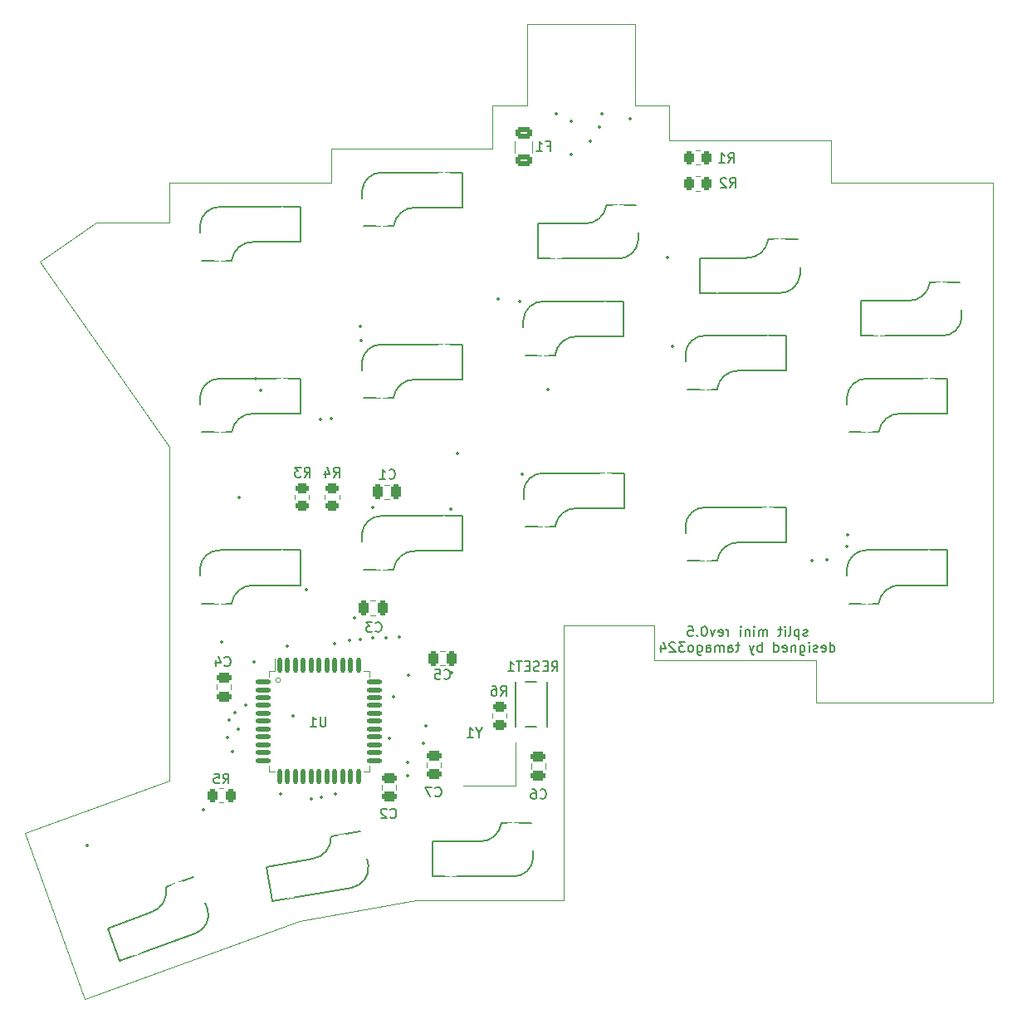
<source format=gbo>
%TF.GenerationSoftware,KiCad,Pcbnew,(6.0.6)*%
%TF.CreationDate,2022-11-13T11:43:20+09:00*%
%TF.ProjectId,split-mini__right,73706c69-742d-46d6-996e-695f5f726967,rev?*%
%TF.SameCoordinates,Original*%
%TF.FileFunction,Legend,Bot*%
%TF.FilePolarity,Positive*%
%FSLAX46Y46*%
G04 Gerber Fmt 4.6, Leading zero omitted, Abs format (unit mm)*
G04 Created by KiCad (PCBNEW (6.0.6)) date 2022-11-13 11:43:20*
%MOMM*%
%LPD*%
G01*
G04 APERTURE LIST*
G04 Aperture macros list*
%AMRoundRect*
0 Rectangle with rounded corners*
0 $1 Rounding radius*
0 $2 $3 $4 $5 $6 $7 $8 $9 X,Y pos of 4 corners*
0 Add a 4 corners polygon primitive as box body*
4,1,4,$2,$3,$4,$5,$6,$7,$8,$9,$2,$3,0*
0 Add four circle primitives for the rounded corners*
1,1,$1+$1,$2,$3*
1,1,$1+$1,$4,$5*
1,1,$1+$1,$6,$7*
1,1,$1+$1,$8,$9*
0 Add four rect primitives between the rounded corners*
20,1,$1+$1,$2,$3,$4,$5,0*
20,1,$1+$1,$4,$5,$6,$7,0*
20,1,$1+$1,$6,$7,$8,$9,0*
20,1,$1+$1,$8,$9,$2,$3,0*%
%AMHorizOval*
0 Thick line with rounded ends*
0 $1 width*
0 $2 $3 position (X,Y) of the first rounded end (center of the circle)*
0 $4 $5 position (X,Y) of the second rounded end (center of the circle)*
0 Add line between two ends*
20,1,$1,$2,$3,$4,$5,0*
0 Add two circle primitives to create the rounded ends*
1,1,$1,$2,$3*
1,1,$1,$4,$5*%
%AMRotRect*
0 Rectangle, with rotation*
0 The origin of the aperture is its center*
0 $1 length*
0 $2 width*
0 $3 Rotation angle, in degrees counterclockwise*
0 Add horizontal line*
21,1,$1,$2,0,0,$3*%
G04 Aperture macros list end*
%ADD10C,0.100000*%
%TA.AperFunction,Profile*%
%ADD11C,0.100000*%
%TD*%
%ADD12C,0.200000*%
%ADD13C,0.150000*%
%ADD14C,0.120000*%
%ADD15C,0.350000*%
%ADD16O,0.600000X1.400000*%
%ADD17O,0.600000X1.700000*%
%ADD18HorizOval,1.000000X-0.143394X0.204788X0.143394X-0.204788X0*%
%ADD19C,1.900000*%
%ADD20C,3.000000*%
%ADD21C,4.100000*%
%ADD22R,2.550000X2.500000*%
%ADD23C,0.650000*%
%ADD24O,1.000000X1.800000*%
%ADD25O,1.000000X2.100000*%
%ADD26RotRect,2.550000X2.500000X10.000000*%
%ADD27C,1.200000*%
%ADD28HorizOval,1.700000X-0.229431X0.327661X0.229431X-0.327661X0*%
%ADD29RotRect,2.550000X2.500000X20.000000*%
%ADD30RoundRect,0.137500X-0.137500X0.600000X-0.137500X-0.600000X0.137500X-0.600000X0.137500X0.600000X0*%
%ADD31RoundRect,0.137500X-0.600000X0.137500X-0.600000X-0.137500X0.600000X-0.137500X0.600000X0.137500X0*%
%ADD32RoundRect,0.250000X-0.625000X0.375000X-0.625000X-0.375000X0.625000X-0.375000X0.625000X0.375000X0*%
%ADD33RoundRect,0.250000X0.262500X0.450000X-0.262500X0.450000X-0.262500X-0.450000X0.262500X-0.450000X0*%
%ADD34RoundRect,0.250000X-0.262500X-0.450000X0.262500X-0.450000X0.262500X0.450000X-0.262500X0.450000X0*%
%ADD35RoundRect,0.250000X-0.250000X-0.475000X0.250000X-0.475000X0.250000X0.475000X-0.250000X0.475000X0*%
%ADD36RoundRect,0.250000X-0.475000X0.250000X-0.475000X-0.250000X0.475000X-0.250000X0.475000X0.250000X0*%
%ADD37R,0.650000X1.050000*%
%ADD38R,2.100000X1.800000*%
%ADD39RoundRect,0.250000X0.475000X-0.250000X0.475000X0.250000X-0.475000X0.250000X-0.475000X-0.250000X0*%
%ADD40RoundRect,0.250000X-0.450000X0.262500X-0.450000X-0.262500X0.450000X-0.262500X0.450000X0.262500X0*%
%ADD41RoundRect,0.250000X0.250000X0.475000X-0.250000X0.475000X-0.250000X-0.475000X0.250000X-0.475000X0*%
G04 APERTURE END LIST*
D10*
X43239482Y-82120000D02*
G75*
G03*
X43239482Y-82120000I-246982J0D01*
G01*
D11*
X31862559Y-92361502D02*
X17138087Y-97720772D01*
X99362559Y-27072346D02*
X82862559Y-27072346D01*
X99362559Y-31447346D02*
X99362559Y-27072346D01*
X31862559Y-35447346D02*
X24406065Y-35447346D01*
X31862559Y-58300450D02*
X18672001Y-39462381D01*
X97862559Y-80072346D02*
X97862559Y-84447346D01*
X23294449Y-114635239D02*
X45197576Y-106663153D01*
X81362559Y-80072346D02*
X97862559Y-80072346D01*
X17138087Y-97720772D02*
X23294449Y-114635239D01*
X48362559Y-27947346D02*
X64862559Y-27947346D01*
X115862559Y-31447346D02*
X99362559Y-31447346D01*
X72137559Y-104572346D02*
X72137559Y-76572346D01*
X57055130Y-104572346D02*
X72137559Y-104572346D01*
X97862559Y-84447346D02*
X115862559Y-84447346D01*
X82862559Y-27072346D02*
X82862559Y-23572346D01*
X31862559Y-58300450D02*
X31862559Y-92361502D01*
X64862559Y-23572346D02*
X68362559Y-23572346D01*
X45197576Y-106663153D02*
X57055130Y-104572346D01*
X68362559Y-15272346D02*
X68362559Y-23572346D01*
X115862559Y-84447346D02*
X115862559Y-31447346D01*
X48362559Y-31447346D02*
X48362559Y-27947346D01*
X18672001Y-39462381D02*
X24406065Y-35447346D01*
X79362559Y-15272346D02*
X79362559Y-23572346D01*
X79362559Y-23572346D02*
X82862559Y-23572346D01*
X68362559Y-15272346D02*
X79362559Y-15272346D01*
X31862559Y-31447346D02*
X31862559Y-35447346D01*
X64862559Y-27947346D02*
X64862559Y-23572346D01*
X48362559Y-31447346D02*
X31862559Y-31447346D01*
X81362559Y-76572346D02*
X81362559Y-80072346D01*
X72137559Y-76572346D02*
X81362559Y-76572346D01*
D12*
X96959047Y-77579761D02*
X96863809Y-77627380D01*
X96673333Y-77627380D01*
X96578095Y-77579761D01*
X96530476Y-77484523D01*
X96530476Y-77436904D01*
X96578095Y-77341666D01*
X96673333Y-77294047D01*
X96816190Y-77294047D01*
X96911428Y-77246428D01*
X96959047Y-77151190D01*
X96959047Y-77103571D01*
X96911428Y-77008333D01*
X96816190Y-76960714D01*
X96673333Y-76960714D01*
X96578095Y-77008333D01*
X96101904Y-76960714D02*
X96101904Y-77960714D01*
X96101904Y-77008333D02*
X96006666Y-76960714D01*
X95816190Y-76960714D01*
X95720952Y-77008333D01*
X95673333Y-77055952D01*
X95625714Y-77151190D01*
X95625714Y-77436904D01*
X95673333Y-77532142D01*
X95720952Y-77579761D01*
X95816190Y-77627380D01*
X96006666Y-77627380D01*
X96101904Y-77579761D01*
X95054285Y-77627380D02*
X95149523Y-77579761D01*
X95197142Y-77484523D01*
X95197142Y-76627380D01*
X94673333Y-77627380D02*
X94673333Y-76960714D01*
X94673333Y-76627380D02*
X94720952Y-76675000D01*
X94673333Y-76722619D01*
X94625714Y-76675000D01*
X94673333Y-76627380D01*
X94673333Y-76722619D01*
X94340000Y-76960714D02*
X93959047Y-76960714D01*
X94197142Y-76627380D02*
X94197142Y-77484523D01*
X94149523Y-77579761D01*
X94054285Y-77627380D01*
X93959047Y-77627380D01*
X92863809Y-77627380D02*
X92863809Y-76960714D01*
X92863809Y-77055952D02*
X92816190Y-77008333D01*
X92720952Y-76960714D01*
X92578095Y-76960714D01*
X92482857Y-77008333D01*
X92435238Y-77103571D01*
X92435238Y-77627380D01*
X92435238Y-77103571D02*
X92387619Y-77008333D01*
X92292380Y-76960714D01*
X92149523Y-76960714D01*
X92054285Y-77008333D01*
X92006666Y-77103571D01*
X92006666Y-77627380D01*
X91530476Y-77627380D02*
X91530476Y-76960714D01*
X91530476Y-76627380D02*
X91578095Y-76675000D01*
X91530476Y-76722619D01*
X91482857Y-76675000D01*
X91530476Y-76627380D01*
X91530476Y-76722619D01*
X91054285Y-76960714D02*
X91054285Y-77627380D01*
X91054285Y-77055952D02*
X91006666Y-77008333D01*
X90911428Y-76960714D01*
X90768571Y-76960714D01*
X90673333Y-77008333D01*
X90625714Y-77103571D01*
X90625714Y-77627380D01*
X90149523Y-77627380D02*
X90149523Y-76960714D01*
X90149523Y-76627380D02*
X90197142Y-76675000D01*
X90149523Y-76722619D01*
X90101904Y-76675000D01*
X90149523Y-76627380D01*
X90149523Y-76722619D01*
X88911428Y-77627380D02*
X88911428Y-76960714D01*
X88911428Y-77151190D02*
X88863809Y-77055952D01*
X88816190Y-77008333D01*
X88720952Y-76960714D01*
X88625714Y-76960714D01*
X87911428Y-77579761D02*
X88006666Y-77627380D01*
X88197142Y-77627380D01*
X88292380Y-77579761D01*
X88340000Y-77484523D01*
X88340000Y-77103571D01*
X88292380Y-77008333D01*
X88197142Y-76960714D01*
X88006666Y-76960714D01*
X87911428Y-77008333D01*
X87863809Y-77103571D01*
X87863809Y-77198809D01*
X88340000Y-77294047D01*
X87530476Y-76960714D02*
X87292380Y-77627380D01*
X87054285Y-76960714D01*
X86482857Y-76627380D02*
X86387619Y-76627380D01*
X86292380Y-76675000D01*
X86244761Y-76722619D01*
X86197142Y-76817857D01*
X86149523Y-77008333D01*
X86149523Y-77246428D01*
X86197142Y-77436904D01*
X86244761Y-77532142D01*
X86292380Y-77579761D01*
X86387619Y-77627380D01*
X86482857Y-77627380D01*
X86578095Y-77579761D01*
X86625714Y-77532142D01*
X86673333Y-77436904D01*
X86720952Y-77246428D01*
X86720952Y-77008333D01*
X86673333Y-76817857D01*
X86625714Y-76722619D01*
X86578095Y-76675000D01*
X86482857Y-76627380D01*
X85720952Y-77532142D02*
X85673333Y-77579761D01*
X85720952Y-77627380D01*
X85768571Y-77579761D01*
X85720952Y-77532142D01*
X85720952Y-77627380D01*
X84768571Y-76627380D02*
X85244761Y-76627380D01*
X85292380Y-77103571D01*
X85244761Y-77055952D01*
X85149523Y-77008333D01*
X84911428Y-77008333D01*
X84816190Y-77055952D01*
X84768571Y-77103571D01*
X84720952Y-77198809D01*
X84720952Y-77436904D01*
X84768571Y-77532142D01*
X84816190Y-77579761D01*
X84911428Y-77627380D01*
X85149523Y-77627380D01*
X85244761Y-77579761D01*
X85292380Y-77532142D01*
X99268571Y-79237380D02*
X99268571Y-78237380D01*
X99268571Y-79189761D02*
X99363809Y-79237380D01*
X99554285Y-79237380D01*
X99649523Y-79189761D01*
X99697142Y-79142142D01*
X99744761Y-79046904D01*
X99744761Y-78761190D01*
X99697142Y-78665952D01*
X99649523Y-78618333D01*
X99554285Y-78570714D01*
X99363809Y-78570714D01*
X99268571Y-78618333D01*
X98411428Y-79189761D02*
X98506666Y-79237380D01*
X98697142Y-79237380D01*
X98792380Y-79189761D01*
X98840000Y-79094523D01*
X98840000Y-78713571D01*
X98792380Y-78618333D01*
X98697142Y-78570714D01*
X98506666Y-78570714D01*
X98411428Y-78618333D01*
X98363809Y-78713571D01*
X98363809Y-78808809D01*
X98840000Y-78904047D01*
X97982857Y-79189761D02*
X97887619Y-79237380D01*
X97697142Y-79237380D01*
X97601904Y-79189761D01*
X97554285Y-79094523D01*
X97554285Y-79046904D01*
X97601904Y-78951666D01*
X97697142Y-78904047D01*
X97840000Y-78904047D01*
X97935238Y-78856428D01*
X97982857Y-78761190D01*
X97982857Y-78713571D01*
X97935238Y-78618333D01*
X97840000Y-78570714D01*
X97697142Y-78570714D01*
X97601904Y-78618333D01*
X97125714Y-79237380D02*
X97125714Y-78570714D01*
X97125714Y-78237380D02*
X97173333Y-78285000D01*
X97125714Y-78332619D01*
X97078095Y-78285000D01*
X97125714Y-78237380D01*
X97125714Y-78332619D01*
X96220952Y-78570714D02*
X96220952Y-79380238D01*
X96268571Y-79475476D01*
X96316190Y-79523095D01*
X96411428Y-79570714D01*
X96554285Y-79570714D01*
X96649523Y-79523095D01*
X96220952Y-79189761D02*
X96316190Y-79237380D01*
X96506666Y-79237380D01*
X96601904Y-79189761D01*
X96649523Y-79142142D01*
X96697142Y-79046904D01*
X96697142Y-78761190D01*
X96649523Y-78665952D01*
X96601904Y-78618333D01*
X96506666Y-78570714D01*
X96316190Y-78570714D01*
X96220952Y-78618333D01*
X95744761Y-78570714D02*
X95744761Y-79237380D01*
X95744761Y-78665952D02*
X95697142Y-78618333D01*
X95601904Y-78570714D01*
X95459047Y-78570714D01*
X95363809Y-78618333D01*
X95316190Y-78713571D01*
X95316190Y-79237380D01*
X94459047Y-79189761D02*
X94554285Y-79237380D01*
X94744761Y-79237380D01*
X94840000Y-79189761D01*
X94887619Y-79094523D01*
X94887619Y-78713571D01*
X94840000Y-78618333D01*
X94744761Y-78570714D01*
X94554285Y-78570714D01*
X94459047Y-78618333D01*
X94411428Y-78713571D01*
X94411428Y-78808809D01*
X94887619Y-78904047D01*
X93554285Y-79237380D02*
X93554285Y-78237380D01*
X93554285Y-79189761D02*
X93649523Y-79237380D01*
X93840000Y-79237380D01*
X93935238Y-79189761D01*
X93982857Y-79142142D01*
X94030476Y-79046904D01*
X94030476Y-78761190D01*
X93982857Y-78665952D01*
X93935238Y-78618333D01*
X93840000Y-78570714D01*
X93649523Y-78570714D01*
X93554285Y-78618333D01*
X92316190Y-79237380D02*
X92316190Y-78237380D01*
X92316190Y-78618333D02*
X92220952Y-78570714D01*
X92030476Y-78570714D01*
X91935238Y-78618333D01*
X91887619Y-78665952D01*
X91840000Y-78761190D01*
X91840000Y-79046904D01*
X91887619Y-79142142D01*
X91935238Y-79189761D01*
X92030476Y-79237380D01*
X92220952Y-79237380D01*
X92316190Y-79189761D01*
X91506666Y-78570714D02*
X91268571Y-79237380D01*
X91030476Y-78570714D02*
X91268571Y-79237380D01*
X91363809Y-79475476D01*
X91411428Y-79523095D01*
X91506666Y-79570714D01*
X90030476Y-78570714D02*
X89649523Y-78570714D01*
X89887619Y-78237380D02*
X89887619Y-79094523D01*
X89840000Y-79189761D01*
X89744761Y-79237380D01*
X89649523Y-79237380D01*
X88887619Y-79237380D02*
X88887619Y-78713571D01*
X88935238Y-78618333D01*
X89030476Y-78570714D01*
X89220952Y-78570714D01*
X89316190Y-78618333D01*
X88887619Y-79189761D02*
X88982857Y-79237380D01*
X89220952Y-79237380D01*
X89316190Y-79189761D01*
X89363809Y-79094523D01*
X89363809Y-78999285D01*
X89316190Y-78904047D01*
X89220952Y-78856428D01*
X88982857Y-78856428D01*
X88887619Y-78808809D01*
X88411428Y-79237380D02*
X88411428Y-78570714D01*
X88411428Y-78665952D02*
X88363809Y-78618333D01*
X88268571Y-78570714D01*
X88125714Y-78570714D01*
X88030476Y-78618333D01*
X87982857Y-78713571D01*
X87982857Y-79237380D01*
X87982857Y-78713571D02*
X87935238Y-78618333D01*
X87840000Y-78570714D01*
X87697142Y-78570714D01*
X87601904Y-78618333D01*
X87554285Y-78713571D01*
X87554285Y-79237380D01*
X86649523Y-79237380D02*
X86649523Y-78713571D01*
X86697142Y-78618333D01*
X86792380Y-78570714D01*
X86982857Y-78570714D01*
X87078095Y-78618333D01*
X86649523Y-79189761D02*
X86744761Y-79237380D01*
X86982857Y-79237380D01*
X87078095Y-79189761D01*
X87125714Y-79094523D01*
X87125714Y-78999285D01*
X87078095Y-78904047D01*
X86982857Y-78856428D01*
X86744761Y-78856428D01*
X86649523Y-78808809D01*
X85744761Y-78570714D02*
X85744761Y-79380238D01*
X85792380Y-79475476D01*
X85840000Y-79523095D01*
X85935238Y-79570714D01*
X86078095Y-79570714D01*
X86173333Y-79523095D01*
X85744761Y-79189761D02*
X85840000Y-79237380D01*
X86030476Y-79237380D01*
X86125714Y-79189761D01*
X86173333Y-79142142D01*
X86220952Y-79046904D01*
X86220952Y-78761190D01*
X86173333Y-78665952D01*
X86125714Y-78618333D01*
X86030476Y-78570714D01*
X85840000Y-78570714D01*
X85744761Y-78618333D01*
X85125714Y-79237380D02*
X85220952Y-79189761D01*
X85268571Y-79142142D01*
X85316190Y-79046904D01*
X85316190Y-78761190D01*
X85268571Y-78665952D01*
X85220952Y-78618333D01*
X85125714Y-78570714D01*
X84982857Y-78570714D01*
X84887619Y-78618333D01*
X84840000Y-78665952D01*
X84792380Y-78761190D01*
X84792380Y-79046904D01*
X84840000Y-79142142D01*
X84887619Y-79189761D01*
X84982857Y-79237380D01*
X85125714Y-79237380D01*
X84459047Y-78237380D02*
X83840000Y-78237380D01*
X84173333Y-78618333D01*
X84030476Y-78618333D01*
X83935238Y-78665952D01*
X83887619Y-78713571D01*
X83840000Y-78808809D01*
X83840000Y-79046904D01*
X83887619Y-79142142D01*
X83935238Y-79189761D01*
X84030476Y-79237380D01*
X84316190Y-79237380D01*
X84411428Y-79189761D01*
X84459047Y-79142142D01*
X83459047Y-78332619D02*
X83411428Y-78285000D01*
X83316190Y-78237380D01*
X83078095Y-78237380D01*
X82982857Y-78285000D01*
X82935238Y-78332619D01*
X82887619Y-78427857D01*
X82887619Y-78523095D01*
X82935238Y-78665952D01*
X83506666Y-79237380D01*
X82887619Y-79237380D01*
X82030476Y-78570714D02*
X82030476Y-79237380D01*
X82268571Y-78189761D02*
X82506666Y-78904047D01*
X81887619Y-78904047D01*
D13*
%TO.C,U1*%
X47834404Y-85832380D02*
X47834404Y-86641904D01*
X47786785Y-86737142D01*
X47739166Y-86784761D01*
X47643928Y-86832380D01*
X47453452Y-86832380D01*
X47358214Y-86784761D01*
X47310595Y-86737142D01*
X47262976Y-86641904D01*
X47262976Y-85832380D01*
X46262976Y-86832380D02*
X46834404Y-86832380D01*
X46548690Y-86832380D02*
X46548690Y-85832380D01*
X46643928Y-85975238D01*
X46739166Y-86070476D01*
X46834404Y-86118095D01*
%TO.C,F1*%
X70398333Y-27658571D02*
X70731666Y-27658571D01*
X70731666Y-28182380D02*
X70731666Y-27182380D01*
X70255476Y-27182380D01*
X69350714Y-28182380D02*
X69922142Y-28182380D01*
X69636428Y-28182380D02*
X69636428Y-27182380D01*
X69731666Y-27325238D01*
X69826904Y-27420476D01*
X69922142Y-27468095D01*
%TO.C,R5*%
X37366666Y-92652380D02*
X37700000Y-92176190D01*
X37938095Y-92652380D02*
X37938095Y-91652380D01*
X37557142Y-91652380D01*
X37461904Y-91700000D01*
X37414285Y-91747619D01*
X37366666Y-91842857D01*
X37366666Y-91985714D01*
X37414285Y-92080952D01*
X37461904Y-92128571D01*
X37557142Y-92176190D01*
X37938095Y-92176190D01*
X36461904Y-91652380D02*
X36938095Y-91652380D01*
X36985714Y-92128571D01*
X36938095Y-92080952D01*
X36842857Y-92033333D01*
X36604761Y-92033333D01*
X36509523Y-92080952D01*
X36461904Y-92128571D01*
X36414285Y-92223809D01*
X36414285Y-92461904D01*
X36461904Y-92557142D01*
X36509523Y-92604761D01*
X36604761Y-92652380D01*
X36842857Y-92652380D01*
X36938095Y-92604761D01*
X36985714Y-92557142D01*
%TO.C,R1*%
X88891666Y-29382380D02*
X89225000Y-28906190D01*
X89463095Y-29382380D02*
X89463095Y-28382380D01*
X89082142Y-28382380D01*
X88986904Y-28430000D01*
X88939285Y-28477619D01*
X88891666Y-28572857D01*
X88891666Y-28715714D01*
X88939285Y-28810952D01*
X88986904Y-28858571D01*
X89082142Y-28906190D01*
X89463095Y-28906190D01*
X87939285Y-29382380D02*
X88510714Y-29382380D01*
X88225000Y-29382380D02*
X88225000Y-28382380D01*
X88320238Y-28525238D01*
X88415476Y-28620476D01*
X88510714Y-28668095D01*
%TO.C,C5*%
X59906666Y-81937142D02*
X59954285Y-81984761D01*
X60097142Y-82032380D01*
X60192380Y-82032380D01*
X60335238Y-81984761D01*
X60430476Y-81889523D01*
X60478095Y-81794285D01*
X60525714Y-81603809D01*
X60525714Y-81460952D01*
X60478095Y-81270476D01*
X60430476Y-81175238D01*
X60335238Y-81080000D01*
X60192380Y-81032380D01*
X60097142Y-81032380D01*
X59954285Y-81080000D01*
X59906666Y-81127619D01*
X59001904Y-81032380D02*
X59478095Y-81032380D01*
X59525714Y-81508571D01*
X59478095Y-81460952D01*
X59382857Y-81413333D01*
X59144761Y-81413333D01*
X59049523Y-81460952D01*
X59001904Y-81508571D01*
X58954285Y-81603809D01*
X58954285Y-81841904D01*
X59001904Y-81937142D01*
X59049523Y-81984761D01*
X59144761Y-82032380D01*
X59382857Y-82032380D01*
X59478095Y-81984761D01*
X59525714Y-81937142D01*
%TO.C,C7*%
X59006666Y-93917142D02*
X59054285Y-93964761D01*
X59197142Y-94012380D01*
X59292380Y-94012380D01*
X59435238Y-93964761D01*
X59530476Y-93869523D01*
X59578095Y-93774285D01*
X59625714Y-93583809D01*
X59625714Y-93440952D01*
X59578095Y-93250476D01*
X59530476Y-93155238D01*
X59435238Y-93060000D01*
X59292380Y-93012380D01*
X59197142Y-93012380D01*
X59054285Y-93060000D01*
X59006666Y-93107619D01*
X58673333Y-93012380D02*
X58006666Y-93012380D01*
X58435238Y-94012380D01*
%TO.C,R2*%
X89039166Y-31902380D02*
X89372500Y-31426190D01*
X89610595Y-31902380D02*
X89610595Y-30902380D01*
X89229642Y-30902380D01*
X89134404Y-30950000D01*
X89086785Y-30997619D01*
X89039166Y-31092857D01*
X89039166Y-31235714D01*
X89086785Y-31330952D01*
X89134404Y-31378571D01*
X89229642Y-31426190D01*
X89610595Y-31426190D01*
X88658214Y-30997619D02*
X88610595Y-30950000D01*
X88515357Y-30902380D01*
X88277261Y-30902380D01*
X88182023Y-30950000D01*
X88134404Y-30997619D01*
X88086785Y-31092857D01*
X88086785Y-31188095D01*
X88134404Y-31330952D01*
X88705833Y-31902380D01*
X88086785Y-31902380D01*
%TO.C,RESET1*%
X70888571Y-81212380D02*
X71221904Y-80736190D01*
X71460000Y-81212380D02*
X71460000Y-80212380D01*
X71079047Y-80212380D01*
X70983809Y-80260000D01*
X70936190Y-80307619D01*
X70888571Y-80402857D01*
X70888571Y-80545714D01*
X70936190Y-80640952D01*
X70983809Y-80688571D01*
X71079047Y-80736190D01*
X71460000Y-80736190D01*
X70460000Y-80688571D02*
X70126666Y-80688571D01*
X69983809Y-81212380D02*
X70460000Y-81212380D01*
X70460000Y-80212380D01*
X69983809Y-80212380D01*
X69602857Y-81164761D02*
X69460000Y-81212380D01*
X69221904Y-81212380D01*
X69126666Y-81164761D01*
X69079047Y-81117142D01*
X69031428Y-81021904D01*
X69031428Y-80926666D01*
X69079047Y-80831428D01*
X69126666Y-80783809D01*
X69221904Y-80736190D01*
X69412380Y-80688571D01*
X69507619Y-80640952D01*
X69555238Y-80593333D01*
X69602857Y-80498095D01*
X69602857Y-80402857D01*
X69555238Y-80307619D01*
X69507619Y-80260000D01*
X69412380Y-80212380D01*
X69174285Y-80212380D01*
X69031428Y-80260000D01*
X68602857Y-80688571D02*
X68269523Y-80688571D01*
X68126666Y-81212380D02*
X68602857Y-81212380D01*
X68602857Y-80212380D01*
X68126666Y-80212380D01*
X67840952Y-80212380D02*
X67269523Y-80212380D01*
X67555238Y-81212380D02*
X67555238Y-80212380D01*
X66412380Y-81212380D02*
X66983809Y-81212380D01*
X66698095Y-81212380D02*
X66698095Y-80212380D01*
X66793333Y-80355238D01*
X66888571Y-80450476D01*
X66983809Y-80498095D01*
%TO.C,Y1*%
X63476190Y-87476190D02*
X63476190Y-87952380D01*
X63809523Y-86952380D02*
X63476190Y-87476190D01*
X63142857Y-86952380D01*
X62285714Y-87952380D02*
X62857142Y-87952380D01*
X62571428Y-87952380D02*
X62571428Y-86952380D01*
X62666666Y-87095238D01*
X62761904Y-87190476D01*
X62857142Y-87238095D01*
%TO.C,C4*%
X37506666Y-80622142D02*
X37554285Y-80669761D01*
X37697142Y-80717380D01*
X37792380Y-80717380D01*
X37935238Y-80669761D01*
X38030476Y-80574523D01*
X38078095Y-80479285D01*
X38125714Y-80288809D01*
X38125714Y-80145952D01*
X38078095Y-79955476D01*
X38030476Y-79860238D01*
X37935238Y-79765000D01*
X37792380Y-79717380D01*
X37697142Y-79717380D01*
X37554285Y-79765000D01*
X37506666Y-79812619D01*
X36649523Y-80050714D02*
X36649523Y-80717380D01*
X36887619Y-79669761D02*
X37125714Y-80384047D01*
X36506666Y-80384047D01*
%TO.C,C2*%
X54416666Y-96107142D02*
X54464285Y-96154761D01*
X54607142Y-96202380D01*
X54702380Y-96202380D01*
X54845238Y-96154761D01*
X54940476Y-96059523D01*
X54988095Y-95964285D01*
X55035714Y-95773809D01*
X55035714Y-95630952D01*
X54988095Y-95440476D01*
X54940476Y-95345238D01*
X54845238Y-95250000D01*
X54702380Y-95202380D01*
X54607142Y-95202380D01*
X54464285Y-95250000D01*
X54416666Y-95297619D01*
X54035714Y-95297619D02*
X53988095Y-95250000D01*
X53892857Y-95202380D01*
X53654761Y-95202380D01*
X53559523Y-95250000D01*
X53511904Y-95297619D01*
X53464285Y-95392857D01*
X53464285Y-95488095D01*
X53511904Y-95630952D01*
X54083333Y-96202380D01*
X53464285Y-96202380D01*
%TO.C,R6*%
X65666666Y-83702380D02*
X66000000Y-83226190D01*
X66238095Y-83702380D02*
X66238095Y-82702380D01*
X65857142Y-82702380D01*
X65761904Y-82750000D01*
X65714285Y-82797619D01*
X65666666Y-82892857D01*
X65666666Y-83035714D01*
X65714285Y-83130952D01*
X65761904Y-83178571D01*
X65857142Y-83226190D01*
X66238095Y-83226190D01*
X64809523Y-82702380D02*
X65000000Y-82702380D01*
X65095238Y-82750000D01*
X65142857Y-82797619D01*
X65238095Y-82940476D01*
X65285714Y-83130952D01*
X65285714Y-83511904D01*
X65238095Y-83607142D01*
X65190476Y-83654761D01*
X65095238Y-83702380D01*
X64904761Y-83702380D01*
X64809523Y-83654761D01*
X64761904Y-83607142D01*
X64714285Y-83511904D01*
X64714285Y-83273809D01*
X64761904Y-83178571D01*
X64809523Y-83130952D01*
X64904761Y-83083333D01*
X65095238Y-83083333D01*
X65190476Y-83130952D01*
X65238095Y-83178571D01*
X65285714Y-83273809D01*
%TO.C,C6*%
X69706666Y-94127142D02*
X69754285Y-94174761D01*
X69897142Y-94222380D01*
X69992380Y-94222380D01*
X70135238Y-94174761D01*
X70230476Y-94079523D01*
X70278095Y-93984285D01*
X70325714Y-93793809D01*
X70325714Y-93650952D01*
X70278095Y-93460476D01*
X70230476Y-93365238D01*
X70135238Y-93270000D01*
X69992380Y-93222380D01*
X69897142Y-93222380D01*
X69754285Y-93270000D01*
X69706666Y-93317619D01*
X68849523Y-93222380D02*
X69040000Y-93222380D01*
X69135238Y-93270000D01*
X69182857Y-93317619D01*
X69278095Y-93460476D01*
X69325714Y-93650952D01*
X69325714Y-94031904D01*
X69278095Y-94127142D01*
X69230476Y-94174761D01*
X69135238Y-94222380D01*
X68944761Y-94222380D01*
X68849523Y-94174761D01*
X68801904Y-94127142D01*
X68754285Y-94031904D01*
X68754285Y-93793809D01*
X68801904Y-93698571D01*
X68849523Y-93650952D01*
X68944761Y-93603333D01*
X69135238Y-93603333D01*
X69230476Y-93650952D01*
X69278095Y-93698571D01*
X69325714Y-93793809D01*
%TO.C,R4*%
X48636666Y-61424880D02*
X48970000Y-60948690D01*
X49208095Y-61424880D02*
X49208095Y-60424880D01*
X48827142Y-60424880D01*
X48731904Y-60472500D01*
X48684285Y-60520119D01*
X48636666Y-60615357D01*
X48636666Y-60758214D01*
X48684285Y-60853452D01*
X48731904Y-60901071D01*
X48827142Y-60948690D01*
X49208095Y-60948690D01*
X47779523Y-60758214D02*
X47779523Y-61424880D01*
X48017619Y-60377261D02*
X48255714Y-61091547D01*
X47636666Y-61091547D01*
%TO.C,R3*%
X45656666Y-61422380D02*
X45990000Y-60946190D01*
X46228095Y-61422380D02*
X46228095Y-60422380D01*
X45847142Y-60422380D01*
X45751904Y-60470000D01*
X45704285Y-60517619D01*
X45656666Y-60612857D01*
X45656666Y-60755714D01*
X45704285Y-60850952D01*
X45751904Y-60898571D01*
X45847142Y-60946190D01*
X46228095Y-60946190D01*
X45323333Y-60422380D02*
X44704285Y-60422380D01*
X45037619Y-60803333D01*
X44894761Y-60803333D01*
X44799523Y-60850952D01*
X44751904Y-60898571D01*
X44704285Y-60993809D01*
X44704285Y-61231904D01*
X44751904Y-61327142D01*
X44799523Y-61374761D01*
X44894761Y-61422380D01*
X45180476Y-61422380D01*
X45275714Y-61374761D01*
X45323333Y-61327142D01*
%TO.C,C3*%
X52916666Y-77107142D02*
X52964285Y-77154761D01*
X53107142Y-77202380D01*
X53202380Y-77202380D01*
X53345238Y-77154761D01*
X53440476Y-77059523D01*
X53488095Y-76964285D01*
X53535714Y-76773809D01*
X53535714Y-76630952D01*
X53488095Y-76440476D01*
X53440476Y-76345238D01*
X53345238Y-76250000D01*
X53202380Y-76202380D01*
X53107142Y-76202380D01*
X52964285Y-76250000D01*
X52916666Y-76297619D01*
X52583333Y-76202380D02*
X51964285Y-76202380D01*
X52297619Y-76583333D01*
X52154761Y-76583333D01*
X52059523Y-76630952D01*
X52011904Y-76678571D01*
X51964285Y-76773809D01*
X51964285Y-77011904D01*
X52011904Y-77107142D01*
X52059523Y-77154761D01*
X52154761Y-77202380D01*
X52440476Y-77202380D01*
X52535714Y-77154761D01*
X52583333Y-77107142D01*
%TO.C,C1*%
X54296666Y-61527142D02*
X54344285Y-61574761D01*
X54487142Y-61622380D01*
X54582380Y-61622380D01*
X54725238Y-61574761D01*
X54820476Y-61479523D01*
X54868095Y-61384285D01*
X54915714Y-61193809D01*
X54915714Y-61050952D01*
X54868095Y-60860476D01*
X54820476Y-60765238D01*
X54725238Y-60670000D01*
X54582380Y-60622380D01*
X54487142Y-60622380D01*
X54344285Y-60670000D01*
X54296666Y-60717619D01*
X53344285Y-61622380D02*
X53915714Y-61622380D01*
X53630000Y-61622380D02*
X53630000Y-60622380D01*
X53725238Y-60765238D01*
X53820476Y-60860476D01*
X53915714Y-60908095D01*
%TO.C,SW15*%
X106440000Y-72430000D02*
X111240000Y-72430000D01*
X101190000Y-74330000D02*
X104220000Y-74330000D01*
X111240000Y-72430000D02*
X111240001Y-68855000D01*
X111240001Y-68855000D02*
X103040000Y-68855000D01*
X100990000Y-70730000D02*
X100990000Y-71480000D01*
X106440000Y-72430000D02*
G75*
G03*
X104223682Y-74308529I-65001J-2169999D01*
G01*
X103040000Y-68855000D02*
G75*
G03*
X100990000Y-70730000I-47949J-2005743D01*
G01*
%TO.C,SW7*%
X51500000Y-49760000D02*
X51500000Y-50510000D01*
X61750001Y-47885000D02*
X53550000Y-47885000D01*
X56950000Y-51460000D02*
X61750000Y-51460000D01*
X51700000Y-53360000D02*
X54730000Y-53360000D01*
X61750000Y-51460000D02*
X61750001Y-47885000D01*
X56950000Y-51460000D02*
G75*
G03*
X54733682Y-53338529I-65001J-2169999D01*
G01*
X53550000Y-47885000D02*
G75*
G03*
X51500000Y-49760000I-47949J-2005743D01*
G01*
%TO.C,SW3*%
X69450000Y-35570000D02*
X69449999Y-39145000D01*
X79500000Y-33670000D02*
X76470000Y-33670000D01*
X79700000Y-37270000D02*
X79700000Y-36520000D01*
X69449999Y-39145000D02*
X77650000Y-39145000D01*
X74250000Y-35570000D02*
X69450000Y-35570000D01*
X74250000Y-35570000D02*
G75*
G03*
X76466318Y-33691471I65001J2169999D01*
G01*
X77650000Y-39145000D02*
G75*
G03*
X79700000Y-37270000I47949J2005743D01*
G01*
%TO.C,SW6*%
X40470000Y-54940000D02*
X45270000Y-54940000D01*
X45270001Y-51365000D02*
X37070000Y-51365000D01*
X45270000Y-54940000D02*
X45270001Y-51365000D01*
X35220000Y-56840000D02*
X38250000Y-56840000D01*
X35020000Y-53240000D02*
X35020000Y-53990000D01*
X40470000Y-54940000D02*
G75*
G03*
X38253682Y-56818529I-65001J-2169999D01*
G01*
X37070000Y-51365000D02*
G75*
G03*
X35020000Y-53240000I-47949J-2005743D01*
G01*
%TO.C,SW17*%
X41787790Y-101158475D02*
X42408582Y-104679163D01*
X51355177Y-97542176D02*
X48371209Y-98068330D01*
X42408582Y-104679163D02*
X50484006Y-103255248D01*
X46514868Y-100324964D02*
X41787790Y-101158475D01*
X52177272Y-101052755D02*
X52047036Y-100314149D01*
X50484006Y-103255247D02*
G75*
G03*
X52177272Y-101052755I-301073J1983597D01*
G01*
X46514868Y-100324964D02*
G75*
G03*
X48371312Y-98090114I-312803J2148319D01*
G01*
%TO.C,SW14*%
X94760001Y-64495000D02*
X86560000Y-64495000D01*
X84510000Y-66370000D02*
X84510000Y-67120000D01*
X94760000Y-68070000D02*
X94760001Y-64495000D01*
X84710000Y-69970000D02*
X87740000Y-69970000D01*
X89960000Y-68070000D02*
X94760000Y-68070000D01*
X86560000Y-64495000D02*
G75*
G03*
X84510000Y-66370000I-47949J-2005743D01*
G01*
X89960000Y-68070000D02*
G75*
G03*
X87743682Y-69948529I-65001J-2169999D01*
G01*
%TO.C,SW9*%
X84510000Y-48860000D02*
X84510000Y-49610000D01*
X94760000Y-50560000D02*
X94760001Y-46985000D01*
X89960000Y-50560000D02*
X94760000Y-50560000D01*
X84710000Y-52460000D02*
X87740000Y-52460000D01*
X94760001Y-46985000D02*
X86560000Y-46985000D01*
X86560000Y-46985000D02*
G75*
G03*
X84510000Y-48860000I-47949J-2005743D01*
G01*
X89960000Y-50560000D02*
G75*
G03*
X87743682Y-52438529I-65001J-2169999D01*
G01*
%TO.C,SW8*%
X78240001Y-43505000D02*
X70040000Y-43505000D01*
X78240000Y-47080000D02*
X78240001Y-43505000D01*
X73440000Y-47080000D02*
X78240000Y-47080000D01*
X68190000Y-48980000D02*
X71220000Y-48980000D01*
X67990000Y-45380000D02*
X67990000Y-46130000D01*
X70040000Y-43505000D02*
G75*
G03*
X67990000Y-45380000I-47949J-2005743D01*
G01*
X73440000Y-47080000D02*
G75*
G03*
X71223682Y-48958529I-65001J-2169999D01*
G01*
%TO.C,SW10*%
X101200000Y-56840000D02*
X104230000Y-56840000D01*
X106450000Y-54940000D02*
X111250000Y-54940000D01*
X111250000Y-54940000D02*
X111250001Y-51365000D01*
X101000000Y-53240000D02*
X101000000Y-53990000D01*
X111250001Y-51365000D02*
X103050000Y-51365000D01*
X103050000Y-51365000D02*
G75*
G03*
X101000000Y-53240000I-47949J-2005743D01*
G01*
X106450000Y-54940000D02*
G75*
G03*
X104233682Y-56818529I-65001J-2169999D01*
G01*
%TO.C,SW11*%
X35000000Y-70740000D02*
X35000000Y-71490000D01*
X45250000Y-72440000D02*
X45250001Y-68865000D01*
X45250001Y-68865000D02*
X37050000Y-68865000D01*
X35200000Y-74340000D02*
X38230000Y-74340000D01*
X40450000Y-72440000D02*
X45250000Y-72440000D01*
X37050000Y-68865000D02*
G75*
G03*
X35000000Y-70740000I-47949J-2005743D01*
G01*
X40450000Y-72440000D02*
G75*
G03*
X38233682Y-74318529I-65001J-2169999D01*
G01*
%TO.C,SW1*%
X40460000Y-37440000D02*
X45260000Y-37440000D01*
X35210000Y-39340000D02*
X38240000Y-39340000D01*
X45260000Y-37440000D02*
X45260001Y-33865000D01*
X45260001Y-33865000D02*
X37060000Y-33865000D01*
X35010000Y-35740000D02*
X35010000Y-36490000D01*
X37060000Y-33865000D02*
G75*
G03*
X35010000Y-35740000I-47949J-2005743D01*
G01*
X40460000Y-37440000D02*
G75*
G03*
X38243682Y-39318529I-65001J-2169999D01*
G01*
%TO.C,SW12*%
X56960000Y-68950000D02*
X61760000Y-68950000D01*
X51710000Y-70850000D02*
X54740000Y-70850000D01*
X61760001Y-65375000D02*
X53560000Y-65375000D01*
X61760000Y-68950000D02*
X61760001Y-65375000D01*
X51510000Y-67250000D02*
X51510000Y-68000000D01*
X53560000Y-65375000D02*
G75*
G03*
X51510000Y-67250000I-47949J-2005743D01*
G01*
X56960000Y-68950000D02*
G75*
G03*
X54743682Y-70828529I-65001J-2169999D01*
G01*
%TO.C,SW5*%
X107250000Y-43440000D02*
X102450000Y-43440000D01*
X112700000Y-45140000D02*
X112700000Y-44390000D01*
X102449999Y-47015000D02*
X110650000Y-47015000D01*
X102450000Y-43440000D02*
X102449999Y-47015000D01*
X112500000Y-41540000D02*
X109470000Y-41540000D01*
X110650000Y-47015000D02*
G75*
G03*
X112700000Y-45140000I47949J2005743D01*
G01*
X107250000Y-43440000D02*
G75*
G03*
X109466318Y-41561471I65001J2169999D01*
G01*
%TO.C,SW2*%
X61790001Y-30355000D02*
X53590000Y-30355000D01*
X56990000Y-33930000D02*
X61790000Y-33930000D01*
X61790000Y-33930000D02*
X61790001Y-30355000D01*
X51540000Y-32230000D02*
X51540000Y-32980000D01*
X51740000Y-35830000D02*
X54770000Y-35830000D01*
X53590000Y-30355000D02*
G75*
G03*
X51540000Y-32230000I-47949J-2005743D01*
G01*
X56990000Y-33930000D02*
G75*
G03*
X54773682Y-35808529I-65001J-2169999D01*
G01*
%TO.C,SW13*%
X78250001Y-61005000D02*
X70050000Y-61005000D01*
X78250000Y-64580000D02*
X78250001Y-61005000D01*
X68200000Y-66480000D02*
X71230000Y-66480000D01*
X68000000Y-62880000D02*
X68000000Y-63630000D01*
X73450000Y-64580000D02*
X78250000Y-64580000D01*
X70050000Y-61005000D02*
G75*
G03*
X68000000Y-62880000I-47949J-2005743D01*
G01*
X73450000Y-64580000D02*
G75*
G03*
X71233682Y-66458529I-65001J-2169999D01*
G01*
%TO.C,SW16*%
X35794697Y-105485737D02*
X35538181Y-104780968D01*
X26804134Y-110753368D02*
X34509614Y-107948802D01*
X30091937Y-105752270D02*
X25581413Y-107393966D01*
X34375485Y-102171248D02*
X31528217Y-103207569D01*
X25581413Y-107393966D02*
X26804134Y-110753368D01*
X30091937Y-105752270D02*
G75*
G03*
X31532100Y-103229005I-681102J2061364D01*
G01*
X34509614Y-107948802D02*
G75*
G03*
X35794697Y-105485737I-640947J1901181D01*
G01*
%TO.C,SW4*%
X96000000Y-37170000D02*
X92970000Y-37170000D01*
X90750000Y-39070000D02*
X85950000Y-39070000D01*
X85949999Y-42645000D02*
X94150000Y-42645000D01*
X85950000Y-39070000D02*
X85949999Y-42645000D01*
X96200000Y-40770000D02*
X96200000Y-40020000D01*
X94150000Y-42645000D02*
G75*
G03*
X96200000Y-40770000I47949J2005743D01*
G01*
X90750000Y-39070000D02*
G75*
G03*
X92966318Y-37191471I65001J2169999D01*
G01*
%TO.C,SW18*%
X68790000Y-96660000D02*
X65760000Y-96660000D01*
X58739999Y-102135000D02*
X66940000Y-102135000D01*
X68990000Y-100260000D02*
X68990000Y-99510000D01*
X58740000Y-98560000D02*
X58739999Y-102135000D01*
X63540000Y-98560000D02*
X58740000Y-98560000D01*
X63540000Y-98560000D02*
G75*
G03*
X65756318Y-96681471I65001J2169999D01*
G01*
X66940000Y-102135000D02*
G75*
G03*
X68990000Y-100260000I47949J2005743D01*
G01*
D14*
%TO.C,U1*%
X52262500Y-81190000D02*
X51687500Y-81190000D01*
X52262500Y-81765000D02*
X52262500Y-81190000D01*
X42042500Y-81190000D02*
X42617500Y-81190000D01*
X42042500Y-90835000D02*
X42042500Y-91410000D01*
X52262500Y-91410000D02*
X51687500Y-91410000D01*
X42617500Y-81190000D02*
X42617500Y-79900000D01*
X42042500Y-81765000D02*
X42042500Y-81190000D01*
X52262500Y-90835000D02*
X52262500Y-91410000D01*
X42042500Y-91410000D02*
X42617500Y-91410000D01*
%TO.C,F1*%
X68910000Y-27147936D02*
X68910000Y-28352064D01*
X67090000Y-27147936D02*
X67090000Y-28352064D01*
%TO.C,R5*%
X37427064Y-94585000D02*
X36972936Y-94585000D01*
X37427064Y-93115000D02*
X36972936Y-93115000D01*
%TO.C,R1*%
X85562936Y-28105000D02*
X86017064Y-28105000D01*
X85562936Y-29575000D02*
X86017064Y-29575000D01*
%TO.C,C5*%
X59478748Y-80635000D02*
X60001252Y-80635000D01*
X59478748Y-79165000D02*
X60001252Y-79165000D01*
%TO.C,C7*%
X59595000Y-90498748D02*
X59595000Y-91021252D01*
X58125000Y-90498748D02*
X58125000Y-91021252D01*
%TO.C,R2*%
X85535436Y-30745000D02*
X85989564Y-30745000D01*
X85535436Y-32215000D02*
X85989564Y-32215000D01*
D13*
%TO.C,RESET1*%
X69340000Y-82290000D02*
X68240000Y-82290000D01*
X67190000Y-82290000D02*
X67190000Y-86890000D01*
X70390000Y-86890000D02*
X70390000Y-82290000D01*
X68240000Y-86890000D02*
X69340000Y-86890000D01*
D14*
%TO.C,Y1*%
X67230000Y-88470000D02*
X67230000Y-92870000D01*
X67230000Y-92870000D02*
X61830000Y-92870000D01*
%TO.C,C4*%
X38195000Y-82568748D02*
X38195000Y-83091252D01*
X36725000Y-82568748D02*
X36725000Y-83091252D01*
%TO.C,C2*%
X55037500Y-93291252D02*
X55037500Y-92768748D01*
X53567500Y-93291252D02*
X53567500Y-92768748D01*
%TO.C,R6*%
X66305000Y-85512936D02*
X66305000Y-85967064D01*
X64835000Y-85512936D02*
X64835000Y-85967064D01*
%TO.C,C6*%
X68785000Y-90628748D02*
X68785000Y-91151252D01*
X70255000Y-90628748D02*
X70255000Y-91151252D01*
%TO.C,R4*%
X49205000Y-63215436D02*
X49205000Y-63669564D01*
X47735000Y-63215436D02*
X47735000Y-63669564D01*
%TO.C,R3*%
X46145000Y-63232936D02*
X46145000Y-63687064D01*
X44675000Y-63232936D02*
X44675000Y-63687064D01*
%TO.C,C3*%
X52921252Y-74015000D02*
X52398748Y-74015000D01*
X52921252Y-75485000D02*
X52398748Y-75485000D01*
%TO.C,C1*%
X53808748Y-63675000D02*
X54331252Y-63675000D01*
X53808748Y-62205000D02*
X54331252Y-62205000D01*
%TD*%
D15*
X52590000Y-64500000D03*
X50786478Y-75789500D03*
X44500000Y-85750000D03*
X70500000Y-52500000D03*
X57787701Y-88552299D03*
X78900000Y-24850000D03*
X37250000Y-78250000D03*
X58072299Y-86787701D03*
X40500000Y-80250000D03*
X60710000Y-81380000D03*
X39000000Y-63500000D03*
X61250000Y-59000000D03*
X23500000Y-99000000D03*
X43879057Y-78620943D03*
X54779652Y-83850500D03*
X48752299Y-78362299D03*
X56290000Y-81600000D03*
X56170000Y-91890000D03*
X71350000Y-24400000D03*
X76020000Y-24400000D03*
X75770000Y-25720000D03*
X48403097Y-55491502D03*
X74847343Y-27204500D03*
X47330000Y-55540000D03*
X72877701Y-28487701D03*
X72885500Y-25170000D03*
X54330500Y-88010000D03*
X37959906Y-86203893D03*
X40682701Y-51422701D03*
X37840000Y-87980000D03*
X51320000Y-46050000D03*
X65445500Y-43239503D03*
X38360000Y-89360000D03*
X54010000Y-77840000D03*
X82705000Y-39045000D03*
X98915500Y-69842701D03*
X48820000Y-93760000D03*
X38580000Y-85420000D03*
X41200000Y-52560000D03*
X51470000Y-47500000D03*
X38880000Y-87130000D03*
X67610000Y-43530000D03*
X51392299Y-77952299D03*
X83210000Y-48070000D03*
X55360000Y-77700000D03*
X47420000Y-94090000D03*
X101057785Y-67331717D03*
X39700000Y-84700000D03*
X45840000Y-72930000D03*
X50260000Y-78060000D03*
X60550000Y-64670000D03*
X67862701Y-61102701D03*
X52652299Y-77832299D03*
X97410000Y-69940000D03*
X56205500Y-90490000D03*
X101005000Y-68495000D03*
X46327549Y-94252950D03*
X35366953Y-95330000D03*
X43250000Y-93759500D03*
X111920000Y-75430000D03*
X103030000Y-72890000D03*
X106840000Y-75430000D03*
X101760000Y-75430000D03*
X109380000Y-70350000D03*
X76750000Y-20350000D03*
X70970000Y-20350000D03*
D16*
X69540000Y-16670000D03*
D17*
X78180000Y-20850000D03*
X69540000Y-20850000D03*
D16*
X78180000Y-16670000D03*
D15*
X52270000Y-54460000D03*
X53540000Y-51920000D03*
X59890000Y-49380000D03*
X62430000Y-54460000D03*
X57350000Y-54460000D03*
X78930000Y-32570000D03*
X77660000Y-35110000D03*
X68770000Y-32570000D03*
X73850000Y-32570000D03*
X71310000Y-37650000D03*
X45950000Y-57940000D03*
X35790000Y-57940000D03*
X37060000Y-55400000D03*
X40870000Y-57940000D03*
X43410000Y-52860000D03*
X40597177Y-98322133D03*
X49793184Y-99279812D03*
X43980721Y-102883890D03*
X45600000Y-97440000D03*
X50602823Y-96557867D03*
X86550000Y-68530000D03*
X92900000Y-65990000D03*
X95440000Y-71070000D03*
X85280000Y-71070000D03*
X90360000Y-71070000D03*
X86550000Y-51020000D03*
X90360000Y-53560000D03*
X92900000Y-48480000D03*
X95440000Y-53560000D03*
X85280000Y-53560000D03*
X70030000Y-47540000D03*
X73840000Y-50080000D03*
X78920000Y-50080000D03*
X68760000Y-50080000D03*
X76380000Y-45000000D03*
X26369602Y-44396459D03*
X22354567Y-38662395D03*
D18*
X26542185Y-48304172D03*
X25107224Y-38932358D03*
X26827953Y-41389814D03*
X29122259Y-44666423D03*
D15*
X109390000Y-52860000D03*
X106850000Y-57940000D03*
X111930000Y-57940000D03*
X103040000Y-55400000D03*
X101770000Y-57940000D03*
X45930000Y-75440000D03*
X37040000Y-72900000D03*
X40850000Y-75440000D03*
X43390000Y-70360000D03*
X35770000Y-75440000D03*
X45940000Y-40440000D03*
X40860000Y-40440000D03*
X35780000Y-40440000D03*
X37050000Y-37900000D03*
X43400000Y-35360000D03*
X59900000Y-66870000D03*
X52280000Y-71950000D03*
X62440000Y-71950000D03*
X57360000Y-71950000D03*
X53550000Y-69410000D03*
X111930000Y-40440000D03*
X104310000Y-45520000D03*
X110660000Y-42980000D03*
X106850000Y-40440000D03*
X101770000Y-40440000D03*
X62470000Y-36930000D03*
X53580000Y-34390000D03*
X57390000Y-36930000D03*
X59930000Y-31850000D03*
X52310000Y-36930000D03*
X76390000Y-62500000D03*
X73850000Y-67580000D03*
X70040000Y-65040000D03*
X78930000Y-67580000D03*
X68770000Y-67580000D03*
X23916361Y-104807462D03*
X28040643Y-108712370D03*
X28690000Y-103070000D03*
X33138960Y-104153723D03*
X33463639Y-101332538D03*
X85270000Y-36070000D03*
X95430000Y-36070000D03*
X90350000Y-36070000D03*
X94160000Y-38610000D03*
X87810000Y-41150000D03*
X58060000Y-95560000D03*
X68220000Y-95560000D03*
X63140000Y-95560000D03*
X66950000Y-98100000D03*
X60600000Y-100640000D03*
%LPC*%
D19*
%TO.C,SW15*%
X111920000Y-75430000D03*
D20*
X103030000Y-72890000D03*
D21*
X106840000Y-75430000D03*
D19*
X101760000Y-75430000D03*
D20*
X109380000Y-70350000D03*
D22*
X99755000Y-72890000D03*
X112682000Y-70350000D03*
%TD*%
D23*
%TO.C,J1*%
X76750000Y-20350000D03*
X70970000Y-20350000D03*
D24*
X69540000Y-16670000D03*
D25*
X78180000Y-20850000D03*
X69540000Y-20850000D03*
D24*
X78180000Y-16670000D03*
%TD*%
D19*
%TO.C,SW7*%
X52270000Y-54460000D03*
D20*
X53540000Y-51920000D03*
X59890000Y-49380000D03*
D19*
X62430000Y-54460000D03*
D21*
X57350000Y-54460000D03*
D22*
X50265000Y-51920000D03*
X63192000Y-49380000D03*
%TD*%
D19*
%TO.C,SW3*%
X78930000Y-32570000D03*
D20*
X77660000Y-35110000D03*
D19*
X68770000Y-32570000D03*
D21*
X73850000Y-32570000D03*
D20*
X71310000Y-37650000D03*
D22*
X80935000Y-35110000D03*
X68008000Y-37650000D03*
%TD*%
D19*
%TO.C,SW6*%
X45950000Y-57940000D03*
X35790000Y-57940000D03*
D20*
X37060000Y-55400000D03*
D21*
X40870000Y-57940000D03*
D20*
X43410000Y-52860000D03*
D22*
X33785000Y-55400000D03*
X46712000Y-52860000D03*
%TD*%
D19*
%TO.C,SW17*%
X40597177Y-98322133D03*
D20*
X49793184Y-99279812D03*
X43980721Y-102883890D03*
D21*
X45600000Y-97440000D03*
D19*
X50602823Y-96557867D03*
D26*
X53018429Y-98711114D03*
X40728886Y-103457276D03*
%TD*%
D20*
%TO.C,SW14*%
X86550000Y-68530000D03*
X92900000Y-65990000D03*
D19*
X95440000Y-71070000D03*
X85280000Y-71070000D03*
D21*
X90360000Y-71070000D03*
D22*
X83275000Y-68530000D03*
X96202000Y-65990000D03*
%TD*%
D20*
%TO.C,SW9*%
X86550000Y-51020000D03*
D21*
X90360000Y-53560000D03*
D20*
X92900000Y-48480000D03*
D19*
X95440000Y-53560000D03*
X85280000Y-53560000D03*
D22*
X83275000Y-51020000D03*
X96202000Y-48480000D03*
%TD*%
D20*
%TO.C,SW8*%
X70030000Y-47540000D03*
D21*
X73840000Y-50080000D03*
D19*
X78920000Y-50080000D03*
X68760000Y-50080000D03*
D20*
X76380000Y-45000000D03*
D22*
X66755000Y-47540000D03*
X79682000Y-45000000D03*
%TD*%
D27*
%TO.C,J2*%
X26369602Y-44396459D03*
X22354567Y-38662395D03*
D28*
X26542185Y-48304172D03*
X25107224Y-38932358D03*
X26827953Y-41389814D03*
X29122259Y-44666423D03*
%TD*%
D20*
%TO.C,SW10*%
X109390000Y-52860000D03*
D21*
X106850000Y-57940000D03*
D19*
X111930000Y-57940000D03*
D20*
X103040000Y-55400000D03*
D19*
X101770000Y-57940000D03*
D22*
X99765000Y-55400000D03*
X112692000Y-52860000D03*
%TD*%
D19*
%TO.C,SW11*%
X45930000Y-75440000D03*
D20*
X37040000Y-72900000D03*
D21*
X40850000Y-75440000D03*
D20*
X43390000Y-70360000D03*
D19*
X35770000Y-75440000D03*
D22*
X33765000Y-72900000D03*
X46692000Y-70360000D03*
%TD*%
D19*
%TO.C,SW1*%
X45940000Y-40440000D03*
D21*
X40860000Y-40440000D03*
D19*
X35780000Y-40440000D03*
D20*
X37050000Y-37900000D03*
X43400000Y-35360000D03*
D22*
X33775000Y-37900000D03*
X46702000Y-35360000D03*
%TD*%
D20*
%TO.C,SW12*%
X59900000Y-66870000D03*
D19*
X52280000Y-71950000D03*
X62440000Y-71950000D03*
D21*
X57360000Y-71950000D03*
D20*
X53550000Y-69410000D03*
D22*
X50275000Y-69410000D03*
X63202000Y-66870000D03*
%TD*%
D19*
%TO.C,SW5*%
X111930000Y-40440000D03*
D20*
X104310000Y-45520000D03*
X110660000Y-42980000D03*
D21*
X106850000Y-40440000D03*
D19*
X101770000Y-40440000D03*
D22*
X113935000Y-42980000D03*
X101008000Y-45520000D03*
%TD*%
D19*
%TO.C,SW2*%
X62470000Y-36930000D03*
D20*
X53580000Y-34390000D03*
D21*
X57390000Y-36930000D03*
D20*
X59930000Y-31850000D03*
D19*
X52310000Y-36930000D03*
D22*
X50305000Y-34390000D03*
X63232000Y-31850000D03*
%TD*%
D20*
%TO.C,SW13*%
X76390000Y-62500000D03*
D21*
X73850000Y-67580000D03*
D20*
X70040000Y-65040000D03*
D19*
X78930000Y-67580000D03*
X68770000Y-67580000D03*
D22*
X66765000Y-65040000D03*
X79692000Y-62500000D03*
%TD*%
D19*
%TO.C,SW16*%
X23916361Y-104807462D03*
D20*
X28040643Y-108712370D03*
D21*
X28690000Y-103070000D03*
D20*
X33138960Y-104153723D03*
D19*
X33463639Y-101332538D03*
D29*
X36216453Y-103033607D03*
X24937778Y-109841720D03*
%TD*%
D19*
%TO.C,SW4*%
X85270000Y-36070000D03*
X95430000Y-36070000D03*
D21*
X90350000Y-36070000D03*
D20*
X94160000Y-38610000D03*
X87810000Y-41150000D03*
D22*
X97435000Y-38610000D03*
X84508000Y-41150000D03*
%TD*%
D19*
%TO.C,SW18*%
X58060000Y-95560000D03*
X68220000Y-95560000D03*
D21*
X63140000Y-95560000D03*
D20*
X66950000Y-98100000D03*
X60600000Y-100640000D03*
D22*
X70225000Y-98100000D03*
X57298000Y-100640000D03*
%TD*%
D30*
%TO.C,U1*%
X43152500Y-80637500D03*
X43952500Y-80637500D03*
X44752500Y-80637500D03*
X45552500Y-80637500D03*
X46352500Y-80637500D03*
X47152500Y-80637500D03*
X47952500Y-80637500D03*
X48752500Y-80637500D03*
X49552500Y-80637500D03*
X50352500Y-80637500D03*
X51152500Y-80637500D03*
D31*
X52815000Y-82300000D03*
X52815000Y-83100000D03*
X52815000Y-83900000D03*
X52815000Y-84700000D03*
X52815000Y-85500000D03*
X52815000Y-86300000D03*
X52815000Y-87100000D03*
X52815000Y-87900000D03*
X52815000Y-88700000D03*
X52815000Y-89500000D03*
X52815000Y-90300000D03*
D30*
X51152500Y-91962500D03*
X50352500Y-91962500D03*
X49552500Y-91962500D03*
X48752500Y-91962500D03*
X47952500Y-91962500D03*
X47152500Y-91962500D03*
X46352500Y-91962500D03*
X45552500Y-91962500D03*
X44752500Y-91962500D03*
X43952500Y-91962500D03*
X43152500Y-91962500D03*
D31*
X41490000Y-90300000D03*
X41490000Y-89500000D03*
X41490000Y-88700000D03*
X41490000Y-87900000D03*
X41490000Y-87100000D03*
X41490000Y-86300000D03*
X41490000Y-85500000D03*
X41490000Y-84700000D03*
X41490000Y-83900000D03*
X41490000Y-83100000D03*
X41490000Y-82300000D03*
%TD*%
D32*
%TO.C,F1*%
X68000000Y-26350000D03*
X68000000Y-29150000D03*
%TD*%
D33*
%TO.C,R5*%
X38112500Y-93850000D03*
X36287500Y-93850000D03*
%TD*%
D34*
%TO.C,R1*%
X84877500Y-28840000D03*
X86702500Y-28840000D03*
%TD*%
D35*
%TO.C,C5*%
X58790000Y-79900000D03*
X60690000Y-79900000D03*
%TD*%
D36*
%TO.C,C7*%
X58860000Y-89810000D03*
X58860000Y-91710000D03*
%TD*%
D34*
%TO.C,R2*%
X84850000Y-31480000D03*
X86675000Y-31480000D03*
%TD*%
D37*
%TO.C,RESET1*%
X69870000Y-86670000D03*
X69870000Y-82510000D03*
X67710000Y-86670000D03*
X67710000Y-82510000D03*
%TD*%
D38*
%TO.C,Y1*%
X65980000Y-91770000D03*
X63080000Y-91770000D03*
X63080000Y-89570000D03*
X65980000Y-89570000D03*
%TD*%
D36*
%TO.C,C4*%
X37460000Y-81880000D03*
X37460000Y-83780000D03*
%TD*%
D39*
%TO.C,C2*%
X54302500Y-93980000D03*
X54302500Y-92080000D03*
%TD*%
D40*
%TO.C,R6*%
X65570000Y-84827500D03*
X65570000Y-86652500D03*
%TD*%
D36*
%TO.C,C6*%
X69520000Y-89940000D03*
X69520000Y-91840000D03*
%TD*%
D40*
%TO.C,R4*%
X48470000Y-62530000D03*
X48470000Y-64355000D03*
%TD*%
%TO.C,R3*%
X45410000Y-62547500D03*
X45410000Y-64372500D03*
%TD*%
D41*
%TO.C,C3*%
X53610000Y-74750000D03*
X51710000Y-74750000D03*
%TD*%
D35*
%TO.C,C1*%
X53120000Y-62940000D03*
X55020000Y-62940000D03*
%TD*%
M02*

</source>
